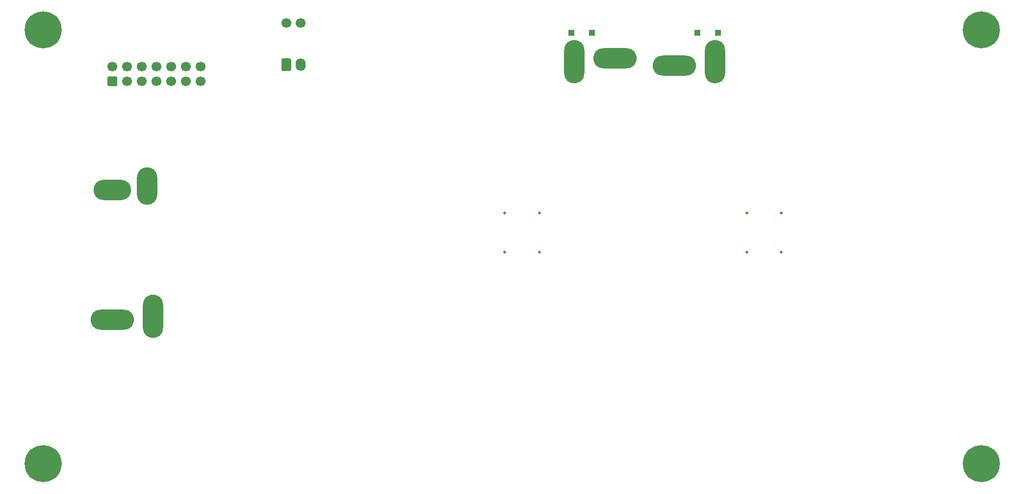
<source format=gbs>
G04 #@! TF.GenerationSoftware,KiCad,Pcbnew,(5.1.8-0-10_14)*
G04 #@! TF.CreationDate,2021-10-03T11:30:45-07:00*
G04 #@! TF.ProjectId,PowerSupply,506f7765-7253-4757-9070-6c792e6b6963,v1.5*
G04 #@! TF.SameCoordinates,Original*
G04 #@! TF.FileFunction,Soldermask,Bot*
G04 #@! TF.FilePolarity,Negative*
%FSLAX46Y46*%
G04 Gerber Fmt 4.6, Leading zero omitted, Abs format (unit mm)*
G04 Created by KiCad (PCBNEW (5.1.8-0-10_14)) date 2021-10-03 11:30:45*
%MOMM*%
%LPD*%
G01*
G04 APERTURE LIST*
%ADD10O,1.700000X2.200000*%
%ADD11C,1.700000*%
%ADD12R,1.000000X1.000000*%
%ADD13C,0.508000*%
%ADD14O,7.500000X3.500000*%
%ADD15O,3.500000X7.500000*%
%ADD16O,6.500000X3.500000*%
%ADD17O,3.500000X6.500000*%
%ADD18C,6.400000*%
%ADD19C,0.800000*%
G04 APERTURE END LIST*
G36*
G01*
X97600000Y-77100000D02*
X96400000Y-77100000D01*
G75*
G02*
X96150000Y-76850000I0J250000D01*
G01*
X96150000Y-75150000D01*
G75*
G02*
X96400000Y-74900000I250000J0D01*
G01*
X97600000Y-74900000D01*
G75*
G02*
X97850000Y-75150000I0J-250000D01*
G01*
X97850000Y-76850000D01*
G75*
G02*
X97600000Y-77100000I-250000J0D01*
G01*
G37*
D10*
X99500000Y-76000000D03*
D11*
X97000000Y-68820000D03*
X99500000Y-68820000D03*
D12*
X149750000Y-70500000D03*
X146250000Y-70500000D03*
X168000000Y-70500000D03*
X171500000Y-70500000D03*
D13*
X140750000Y-101600000D03*
X140750000Y-108400000D03*
X176500000Y-101600000D03*
X176500000Y-108400000D03*
X134750000Y-101600000D03*
X134750000Y-108400000D03*
X182500000Y-101600000D03*
X182500000Y-108400000D03*
D14*
X67000000Y-120135000D03*
D15*
X74030600Y-119500000D03*
G36*
G01*
X67600000Y-79717000D02*
X66400000Y-79717000D01*
G75*
G02*
X66150000Y-79467000I0J250000D01*
G01*
X66150000Y-78267000D01*
G75*
G02*
X66400000Y-78017000I250000J0D01*
G01*
X67600000Y-78017000D01*
G75*
G02*
X67850000Y-78267000I0J-250000D01*
G01*
X67850000Y-79467000D01*
G75*
G02*
X67600000Y-79717000I-250000J0D01*
G01*
G37*
D11*
X69540000Y-78867000D03*
X72080000Y-78867000D03*
X74620000Y-78867000D03*
X77160000Y-78867000D03*
X79700000Y-78867000D03*
X82240000Y-78867000D03*
X67000000Y-76327000D03*
X69540000Y-76327000D03*
X72080000Y-76327000D03*
X74620000Y-76327000D03*
X77160000Y-76327000D03*
X79700000Y-76327000D03*
X82240000Y-76327000D03*
D14*
X153750000Y-74865000D03*
D15*
X146719400Y-75500000D03*
D14*
X164000000Y-76135000D03*
D15*
X171030600Y-75500000D03*
D16*
X67000000Y-97635000D03*
D17*
X73030600Y-97000000D03*
D18*
X217000000Y-145000000D03*
D19*
X219400000Y-145000000D03*
X218697056Y-146697056D03*
X217000000Y-147400000D03*
X215302944Y-146697056D03*
X214600000Y-145000000D03*
X215302944Y-143302944D03*
X217000000Y-142600000D03*
X218697056Y-143302944D03*
D18*
X55000000Y-145000000D03*
D19*
X57400000Y-145000000D03*
X56697056Y-146697056D03*
X55000000Y-147400000D03*
X53302944Y-146697056D03*
X52600000Y-145000000D03*
X53302944Y-143302944D03*
X55000000Y-142600000D03*
X56697056Y-143302944D03*
D18*
X217000000Y-70000000D03*
D19*
X219400000Y-70000000D03*
X218697056Y-71697056D03*
X217000000Y-72400000D03*
X215302944Y-71697056D03*
X214600000Y-70000000D03*
X215302944Y-68302944D03*
X217000000Y-67600000D03*
X218697056Y-68302944D03*
D18*
X55000000Y-70000000D03*
D19*
X57400000Y-70000000D03*
X56697056Y-71697056D03*
X55000000Y-72400000D03*
X53302944Y-71697056D03*
X52600000Y-70000000D03*
X53302944Y-68302944D03*
X55000000Y-67600000D03*
X56697056Y-68302944D03*
M02*

</source>
